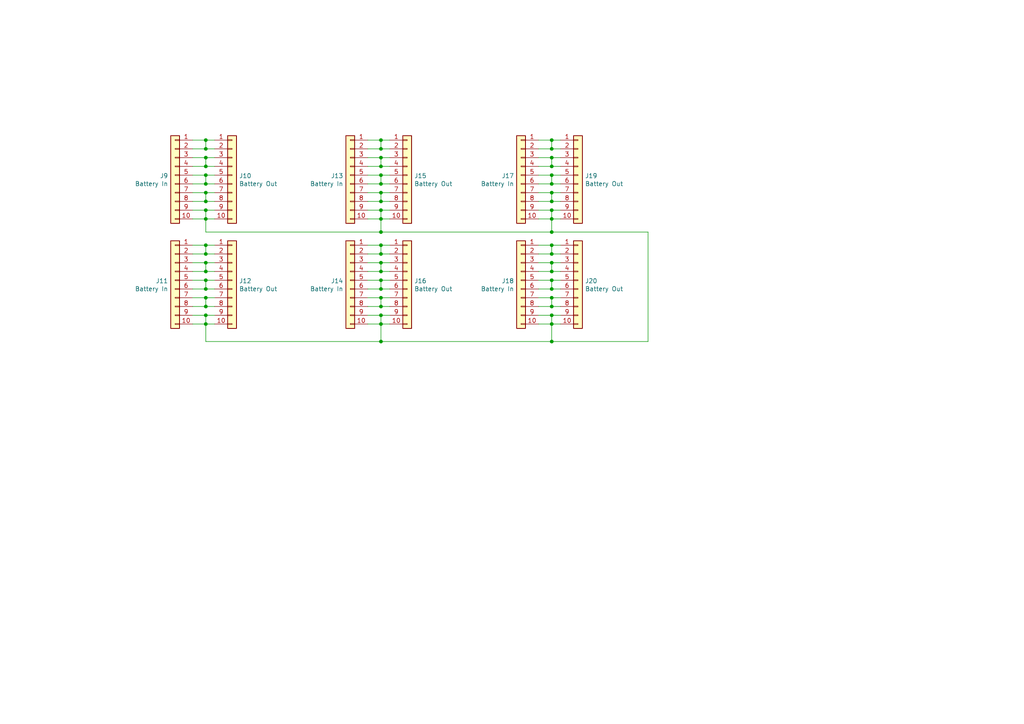
<source format=kicad_sch>
(kicad_sch (version 20211123) (generator eeschema)
  (paper "A4")
  (title_block (title "WW-Battery-Pack PCBs") (date "2020-07-27") (rev "A") (company "Guatek") (comment 1 "First version of 6-pack board stack for Inspired Energy NH2034HD34"))
  (lib_symbols
    (symbol "Connector_Generic:Conn_01x10" (pin_names (offset 1.016) hide)
      (property "Reference" "J" (at 0 12.7 0))
      (property "Value" "Conn_01x10" (at 0 -15.24 0))
      (symbol "Conn_01x10_1_1"
        (rectangle (start -1.27 -12.573) (end 0 -12.827) (stroke (width 0.1524)))
        (rectangle (start -1.27 -10.033) (end 0 -10.287) (stroke (width 0.1524)))
        (rectangle (start -1.27 -7.493) (end 0 -7.747) (stroke (width 0.1524)))
        (rectangle (start -1.27 -4.953) (end 0 -5.207) (stroke (width 0.1524)))
        (rectangle (start -1.27 -2.413) (end 0 -2.667) (stroke (width 0.1524)))
        (rectangle (start -1.27 0.127) (end 0 -0.127) (stroke (width 0.1524)))
        (rectangle (start -1.27 2.667) (end 0 2.413) (stroke (width 0.1524)))
        (rectangle (start -1.27 5.207) (end 0 4.953) (stroke (width 0.1524)))
        (rectangle (start -1.27 7.747) (end 0 7.493) (stroke (width 0.1524)))
        (rectangle (start -1.27 10.287) (end 0 10.033) (stroke (width 0.1524)))
        (rectangle (start -1.27 11.43) (end 1.27 -13.97) (stroke (width 0.254)) (fill (type background)))
        (pin passive line (at -5.08 10.16 0) (length 3.81) (name "Pin_1") (number "1"))
        (pin passive line (at -5.08 -12.7 0) (length 3.81) (name "Pin_10") (number "10"))
        (pin passive line (at -5.08 7.62 0) (length 3.81) (name "Pin_2") (number "2"))
        (pin passive line (at -5.08 5.08 0) (length 3.81) (name "Pin_3") (number "3"))
        (pin passive line (at -5.08 2.54 0) (length 3.81) (name "Pin_4") (number "4"))
        (pin passive line (at -5.08 0 0) (length 3.81) (name "Pin_5") (number "5"))
        (pin passive line (at -5.08 -2.54 0) (length 3.81) (name "Pin_6") (number "6"))
        (pin passive line (at -5.08 -5.08 0) (length 3.81) (name "Pin_7") (number "7"))
        (pin passive line (at -5.08 -7.62 0) (length 3.81) (name "Pin_8") (number "8"))
        (pin passive line (at -5.08 -10.16 0) (length 3.81) (name "Pin_9") (number "9"))
      )
    )
  )
  (junction (at 59.69 50.8))
  (junction (at 110.49 55.88))
  (junction (at 59.69 73.66))
  (junction (at 160.02 45.72))
  (junction (at 160.02 67.31))
  (junction (at 110.49 78.74))
  (junction (at 160.02 43.18))
  (junction (at 110.49 45.72))
  (junction (at 110.49 83.82))
  (junction (at 160.02 93.98))
  (junction (at 160.02 73.66))
  (junction (at 110.49 60.96))
  (junction (at 59.69 55.88))
  (junction (at 160.02 60.96))
  (junction (at 110.49 63.5))
  (junction (at 160.02 53.34))
  (junction (at 110.49 99.06))
  (junction (at 59.69 86.36))
  (junction (at 160.02 76.2))
  (junction (at 110.49 40.64))
  (junction (at 110.49 86.36))
  (junction (at 110.49 93.98))
  (junction (at 59.69 45.72))
  (junction (at 110.49 48.26))
  (junction (at 110.49 50.8))
  (junction (at 59.69 78.74))
  (junction (at 110.49 67.31))
  (junction (at 110.49 43.18))
  (junction (at 59.69 81.28))
  (junction (at 59.69 53.34))
  (junction (at 160.02 81.28))
  (junction (at 110.49 88.9))
  (junction (at 110.49 73.66))
  (junction (at 59.69 63.5))
  (junction (at 59.69 40.64))
  (junction (at 160.02 71.12))
  (junction (at 59.69 93.98))
  (junction (at 110.49 71.12))
  (junction (at 110.49 58.42))
  (junction (at 59.69 48.26))
  (junction (at 160.02 50.8))
  (junction (at 160.02 55.88))
  (junction (at 160.02 99.06))
  (junction (at 160.02 58.42))
  (junction (at 59.69 88.9))
  (junction (at 110.49 53.34))
  (junction (at 160.02 83.82))
  (junction (at 110.49 81.28))
  (junction (at 59.69 83.82))
  (junction (at 110.49 76.2))
  (junction (at 160.02 78.74))
  (junction (at 160.02 88.9))
  (junction (at 59.69 91.44))
  (junction (at 160.02 86.36))
  (junction (at 160.02 40.64))
  (junction (at 110.49 91.44))
  (junction (at 160.02 48.26))
  (junction (at 59.69 58.42))
  (junction (at 160.02 63.5))
  (junction (at 160.02 91.44))
  (junction (at 59.69 60.96))
  (junction (at 59.69 43.18))
  (junction (at 59.69 76.2))
  (junction (at 59.69 71.12))
  (wire (pts (xy 106.68 58.42) (xy 110.49 58.42)))
  (wire (pts (xy 110.49 48.26) (xy 113.03 48.26)))
  (wire (pts (xy 156.21 50.8) (xy 160.02 50.8)))
  (wire (pts (xy 160.02 81.28) (xy 160.02 83.82)))
  (wire (pts (xy 59.69 43.18) (xy 62.23 43.18)))
  (wire (pts (xy 187.96 67.31) (xy 187.96 99.06)))
  (wire (pts (xy 59.69 93.98) (xy 62.23 93.98)))
  (wire (pts (xy 110.49 76.2) (xy 113.03 76.2)))
  (wire (pts (xy 55.88 93.98) (xy 59.69 93.98)))
  (wire (pts (xy 110.49 91.44) (xy 113.03 91.44)))
  (wire (pts (xy 110.49 91.44) (xy 110.49 93.98)))
  (wire (pts (xy 110.49 45.72) (xy 110.49 48.26)))
  (wire (pts (xy 110.49 73.66) (xy 113.03 73.66)))
  (wire (pts (xy 156.21 58.42) (xy 160.02 58.42)))
  (wire (pts (xy 59.69 76.2) (xy 62.23 76.2)))
  (wire (pts (xy 160.02 40.64) (xy 160.02 43.18)))
  (wire (pts (xy 160.02 40.64) (xy 162.56 40.64)))
  (wire (pts (xy 110.49 60.96) (xy 113.03 60.96)))
  (wire (pts (xy 106.68 43.18) (xy 110.49 43.18)))
  (wire (pts (xy 59.69 91.44) (xy 62.23 91.44)))
  (wire (pts (xy 110.49 81.28) (xy 113.03 81.28)))
  (wire (pts (xy 59.69 81.28) (xy 59.69 83.82)))
  (wire (pts (xy 55.88 76.2) (xy 59.69 76.2)))
  (wire (pts (xy 156.21 40.64) (xy 160.02 40.64)))
  (wire (pts (xy 156.21 91.44) (xy 160.02 91.44)))
  (wire (pts (xy 156.21 76.2) (xy 160.02 76.2)))
  (wire (pts (xy 110.49 67.31) (xy 160.02 67.31)))
  (wire (pts (xy 110.49 50.8) (xy 110.49 53.34)))
  (wire (pts (xy 55.88 83.82) (xy 59.69 83.82)))
  (wire (pts (xy 110.49 86.36) (xy 113.03 86.36)))
  (wire (pts (xy 55.88 43.18) (xy 59.69 43.18)))
  (wire (pts (xy 55.88 86.36) (xy 59.69 86.36)))
  (wire (pts (xy 59.69 48.26) (xy 62.23 48.26)))
  (wire (pts (xy 110.49 67.31) (xy 110.49 63.5)))
  (wire (pts (xy 156.21 60.96) (xy 160.02 60.96)))
  (wire (pts (xy 156.21 83.82) (xy 160.02 83.82)))
  (wire (pts (xy 106.68 40.64) (xy 110.49 40.64)))
  (wire (pts (xy 160.02 91.44) (xy 160.02 93.98)))
  (wire (pts (xy 110.49 88.9) (xy 113.03 88.9)))
  (wire (pts (xy 59.69 81.28) (xy 62.23 81.28)))
  (wire (pts (xy 59.69 55.88) (xy 62.23 55.88)))
  (wire (pts (xy 110.49 63.5) (xy 113.03 63.5)))
  (wire (pts (xy 110.49 71.12) (xy 113.03 71.12)))
  (wire (pts (xy 59.69 78.74) (xy 62.23 78.74)))
  (wire (pts (xy 160.02 55.88) (xy 160.02 58.42)))
  (wire (pts (xy 59.69 50.8) (xy 62.23 50.8)))
  (wire (pts (xy 110.49 43.18) (xy 113.03 43.18)))
  (wire (pts (xy 106.68 55.88) (xy 110.49 55.88)))
  (wire (pts (xy 110.49 40.64) (xy 113.03 40.64)))
  (wire (pts (xy 59.69 67.31) (xy 110.49 67.31)))
  (wire (pts (xy 160.02 93.98) (xy 162.56 93.98)))
  (wire (pts (xy 156.21 48.26) (xy 160.02 48.26)))
  (wire (pts (xy 160.02 86.36) (xy 160.02 88.9)))
  (wire (pts (xy 110.49 81.28) (xy 110.49 83.82)))
  (wire (pts (xy 55.88 45.72) (xy 59.69 45.72)))
  (wire (pts (xy 160.02 86.36) (xy 162.56 86.36)))
  (wire (pts (xy 106.68 91.44) (xy 110.49 91.44)))
  (wire (pts (xy 160.02 93.98) (xy 160.02 99.06)))
  (wire (pts (xy 160.02 71.12) (xy 162.56 71.12)))
  (wire (pts (xy 106.68 78.74) (xy 110.49 78.74)))
  (wire (pts (xy 160.02 71.12) (xy 160.02 73.66)))
  (wire (pts (xy 55.88 50.8) (xy 59.69 50.8)))
  (wire (pts (xy 110.49 45.72) (xy 113.03 45.72)))
  (wire (pts (xy 55.88 40.64) (xy 59.69 40.64)))
  (wire (pts (xy 160.02 76.2) (xy 160.02 78.74)))
  (wire (pts (xy 59.69 60.96) (xy 62.23 60.96)))
  (wire (pts (xy 160.02 78.74) (xy 162.56 78.74)))
  (wire (pts (xy 160.02 88.9) (xy 162.56 88.9)))
  (wire (pts (xy 160.02 81.28) (xy 162.56 81.28)))
  (wire (pts (xy 106.68 60.96) (xy 110.49 60.96)))
  (wire (pts (xy 156.21 53.34) (xy 160.02 53.34)))
  (wire (pts (xy 55.88 53.34) (xy 59.69 53.34)))
  (wire (pts (xy 55.88 63.5) (xy 59.69 63.5)))
  (wire (pts (xy 160.02 55.88) (xy 162.56 55.88)))
  (wire (pts (xy 59.69 73.66) (xy 62.23 73.66)))
  (wire (pts (xy 59.69 40.64) (xy 59.69 43.18)))
  (wire (pts (xy 160.02 43.18) (xy 162.56 43.18)))
  (wire (pts (xy 156.21 81.28) (xy 160.02 81.28)))
  (wire (pts (xy 59.69 63.5) (xy 59.69 67.31)))
  (wire (pts (xy 106.68 71.12) (xy 110.49 71.12)))
  (wire (pts (xy 106.68 45.72) (xy 110.49 45.72)))
  (wire (pts (xy 160.02 50.8) (xy 160.02 53.34)))
  (wire (pts (xy 106.68 83.82) (xy 110.49 83.82)))
  (wire (pts (xy 59.69 88.9) (xy 62.23 88.9)))
  (wire (pts (xy 110.49 99.06) (xy 110.49 93.98)))
  (wire (pts (xy 110.49 78.74) (xy 113.03 78.74)))
  (wire (pts (xy 160.02 67.31) (xy 187.96 67.31)))
  (wire (pts (xy 160.02 76.2) (xy 162.56 76.2)))
  (wire (pts (xy 106.68 76.2) (xy 110.49 76.2)))
  (wire (pts (xy 59.69 50.8) (xy 59.69 53.34)))
  (wire (pts (xy 106.68 88.9) (xy 110.49 88.9)))
  (wire (pts (xy 110.49 40.64) (xy 110.49 43.18)))
  (wire (pts (xy 110.49 53.34) (xy 113.03 53.34)))
  (wire (pts (xy 110.49 86.36) (xy 110.49 88.9)))
  (wire (pts (xy 59.69 63.5) (xy 62.23 63.5)))
  (wire (pts (xy 160.02 53.34) (xy 162.56 53.34)))
  (wire (pts (xy 55.88 73.66) (xy 59.69 73.66)))
  (wire (pts (xy 106.68 81.28) (xy 110.49 81.28)))
  (wire (pts (xy 55.88 48.26) (xy 59.69 48.26)))
  (wire (pts (xy 156.21 71.12) (xy 160.02 71.12)))
  (wire (pts (xy 156.21 45.72) (xy 160.02 45.72)))
  (wire (pts (xy 59.69 93.98) (xy 59.69 99.06)))
  (wire (pts (xy 106.68 50.8) (xy 110.49 50.8)))
  (wire (pts (xy 160.02 60.96) (xy 162.56 60.96)))
  (wire (pts (xy 110.49 55.88) (xy 113.03 55.88)))
  (wire (pts (xy 110.49 93.98) (xy 113.03 93.98)))
  (wire (pts (xy 55.88 55.88) (xy 59.69 55.88)))
  (wire (pts (xy 110.49 58.42) (xy 113.03 58.42)))
  (wire (pts (xy 59.69 53.34) (xy 62.23 53.34)))
  (wire (pts (xy 110.49 50.8) (xy 113.03 50.8)))
  (wire (pts (xy 156.21 55.88) (xy 160.02 55.88)))
  (wire (pts (xy 156.21 43.18) (xy 160.02 43.18)))
  (wire (pts (xy 55.88 91.44) (xy 59.69 91.44)))
  (wire (pts (xy 59.69 86.36) (xy 59.69 88.9)))
  (wire (pts (xy 59.69 71.12) (xy 59.69 73.66)))
  (wire (pts (xy 59.69 71.12) (xy 62.23 71.12)))
  (wire (pts (xy 160.02 50.8) (xy 162.56 50.8)))
  (wire (pts (xy 160.02 83.82) (xy 162.56 83.82)))
  (wire (pts (xy 59.69 45.72) (xy 59.69 48.26)))
  (wire (pts (xy 110.49 99.06) (xy 160.02 99.06)))
  (wire (pts (xy 55.88 71.12) (xy 59.69 71.12)))
  (wire (pts (xy 59.69 86.36) (xy 62.23 86.36)))
  (wire (pts (xy 156.21 86.36) (xy 160.02 86.36)))
  (wire (pts (xy 156.21 93.98) (xy 160.02 93.98)))
  (wire (pts (xy 160.02 73.66) (xy 162.56 73.66)))
  (wire (pts (xy 160.02 63.5) (xy 162.56 63.5)))
  (wire (pts (xy 160.02 58.42) (xy 162.56 58.42)))
  (wire (pts (xy 160.02 45.72) (xy 160.02 48.26)))
  (wire (pts (xy 156.21 88.9) (xy 160.02 88.9)))
  (wire (pts (xy 110.49 71.12) (xy 110.49 73.66)))
  (wire (pts (xy 106.68 63.5) (xy 110.49 63.5)))
  (wire (pts (xy 55.88 88.9) (xy 59.69 88.9)))
  (wire (pts (xy 160.02 67.31) (xy 160.02 63.5)))
  (wire (pts (xy 59.69 45.72) (xy 62.23 45.72)))
  (wire (pts (xy 59.69 91.44) (xy 59.69 93.98)))
  (wire (pts (xy 156.21 63.5) (xy 160.02 63.5)))
  (wire (pts (xy 59.69 76.2) (xy 59.69 78.74)))
  (wire (pts (xy 55.88 60.96) (xy 59.69 60.96)))
  (wire (pts (xy 160.02 45.72) (xy 162.56 45.72)))
  (wire (pts (xy 106.68 73.66) (xy 110.49 73.66)))
  (wire (pts (xy 160.02 48.26) (xy 162.56 48.26)))
  (wire (pts (xy 110.49 55.88) (xy 110.49 58.42)))
  (wire (pts (xy 156.21 78.74) (xy 160.02 78.74)))
  (wire (pts (xy 59.69 58.42) (xy 62.23 58.42)))
  (wire (pts (xy 59.69 60.96) (xy 59.69 63.5)))
  (wire (pts (xy 110.49 76.2) (xy 110.49 78.74)))
  (wire (pts (xy 110.49 60.96) (xy 110.49 63.5)))
  (wire (pts (xy 55.88 78.74) (xy 59.69 78.74)))
  (wire (pts (xy 59.69 40.64) (xy 62.23 40.64)))
  (wire (pts (xy 59.69 83.82) (xy 62.23 83.82)))
  (wire (pts (xy 110.49 83.82) (xy 113.03 83.82)))
  (wire (pts (xy 106.68 86.36) (xy 110.49 86.36)))
  (wire (pts (xy 106.68 53.34) (xy 110.49 53.34)))
  (wire (pts (xy 187.96 99.06) (xy 160.02 99.06)))
  (wire (pts (xy 55.88 81.28) (xy 59.69 81.28)))
  (wire (pts (xy 160.02 91.44) (xy 162.56 91.44)))
  (wire (pts (xy 106.68 93.98) (xy 110.49 93.98)))
  (wire (pts (xy 59.69 99.06) (xy 110.49 99.06)))
  (wire (pts (xy 160.02 60.96) (xy 160.02 63.5)))
  (wire (pts (xy 59.69 55.88) (xy 59.69 58.42)))
  (wire (pts (xy 156.21 73.66) (xy 160.02 73.66)))
  (wire (pts (xy 106.68 48.26) (xy 110.49 48.26)))
  (wire (pts (xy 55.88 58.42) (xy 59.69 58.42)))
  (symbol (lib_id "Connector_Generic:Conn_01x10") (at 67.31 50.8 0) (unit 1)
    (property "Reference" "J10" (at 69.342 51.0032 0) (effects (justify left)))
    (property "Value" "Battery Out" (at 69.342 53.3146 0) (effects (justify left)))
    (property "Footprint" "ProjectFootprints:S9194-ND" (effects hide))
    (property "Datasheet" "https://s3.amazonaws.com/catalogspreads-pdf/PAGE123%20.100%20SFH11%20SERIES%20FEMALE%20HDR%20ST%20RA.pdf" (effects hide))
    (property "Part Number" "S9194-ND" (effects hide))
    (property "Supplier" "Digikey" (effects hide))
    (property "Link" "https://www.digikey.com/product-detail/en/sullins-connector-solutions/SFH11-PBPC-D05-ST-BK/S9194-ND/1990087" (effects hide))
  )
  (symbol (lib_id "Connector_Generic:Conn_01x10") (at 50.8 50.8 0) (mirror y) (unit 1)
    (property "Reference" "J9" (at 48.768 51.0032 0) (effects (justify left)))
    (property "Value" "Battery In" (at 48.768 53.3146 0) (effects (justify left)))
    (property "Footprint" "ProjectFootprints:NH2034HD34" (effects hide))
    (property "Datasheet" "https://www.te.com/commerce/DocumentDelivery/DDEController?Action=srchrtrv&DocNm=5787446&DocType=Customer+Drawing&DocLang=English" (effects hide))
    (property "Part Number" "5787446-1-ND" (effects hide))
    (property "Supplier" "Digikey" (effects hide))
    (property "Link" "https://www.digikey.com/product-detail/en/te-connectivity-amp-connectors/5787446-1/5787446-1-ND/1122081" (effects hide))
  )
  (symbol (lib_id "Connector_Generic:Conn_01x10") (at 50.8 81.28 0) (mirror y) (unit 1)
    (property "Reference" "J11" (at 48.768 81.4832 0) (effects (justify left)))
    (property "Value" "Battery In" (at 48.768 83.7946 0) (effects (justify left)))
    (property "Footprint" "ProjectFootprints:NH2034HD34" (effects hide))
    (property "Datasheet" "https://www.te.com/commerce/DocumentDelivery/DDEController?Action=srchrtrv&DocNm=5787446&DocType=Customer+Drawing&DocLang=English" (effects hide))
    (property "Part Number" "5787446-1-ND" (effects hide))
    (property "Supplier" "Digikey" (effects hide))
    (property "Link" "https://www.digikey.com/product-detail/en/te-connectivity-amp-connectors/5787446-1/5787446-1-ND/1122081" (effects hide))
  )
  (symbol (lib_id "Connector_Generic:Conn_01x10") (at 67.31 81.28 0) (unit 1)
    (property "Reference" "J12" (at 69.342 81.4832 0) (effects (justify left)))
    (property "Value" "Battery Out" (at 69.342 83.7946 0) (effects (justify left)))
    (property "Footprint" "ProjectFootprints:S9194-ND" (effects hide))
    (property "Datasheet" "https://s3.amazonaws.com/catalogspreads-pdf/PAGE123%20.100%20SFH11%20SERIES%20FEMALE%20HDR%20ST%20RA.pdf" (effects hide))
    (property "Part Number" "S9194-ND" (effects hide))
    (property "Supplier" "Digikey" (effects hide))
    (property "Link" "https://www.digikey.com/product-detail/en/sullins-connector-solutions/SFH11-PBPC-D05-ST-BK/S9194-ND/1990087" (effects hide))
  )
  (symbol (lib_id "Connector_Generic:Conn_01x10") (at 101.6 50.8 0) (mirror y) (unit 1)
    (property "Reference" "J13" (at 99.568 51.0032 0) (effects (justify left)))
    (property "Value" "Battery In" (at 99.568 53.3146 0) (effects (justify left)))
    (property "Footprint" "ProjectFootprints:NH2034HD34" (effects hide))
    (property "Datasheet" "https://www.te.com/commerce/DocumentDelivery/DDEController?Action=srchrtrv&DocNm=5787446&DocType=Customer+Drawing&DocLang=English" (effects hide))
    (property "Part Number" "5787446-1-ND" (effects hide))
    (property "Supplier" "Digikey" (effects hide))
    (property "Link" "https://www.digikey.com/product-detail/en/te-connectivity-amp-connectors/5787446-1/5787446-1-ND/1122081" (effects hide))
  )
  (symbol (lib_id "Connector_Generic:Conn_01x10") (at 118.11 50.8 0) (unit 1)
    (property "Reference" "J15" (at 120.142 51.0032 0) (effects (justify left)))
    (property "Value" "Battery Out" (at 120.142 53.3146 0) (effects (justify left)))
    (property "Footprint" "ProjectFootprints:SAM11936-ND" (effects hide))
    (property "Datasheet" "https://s3.amazonaws.com/catalogspreads-pdf/PAGE123%20.100%20SFH11%20SERIES%20FEMALE%20HDR%20ST%20RA.pdf" (effects hide))
    (property "Part Number" "S9194-ND" (effects hide))
    (property "Supplier" "Digikey" (effects hide))
    (property "Link" "https://www.digikey.com/product-detail/en/sullins-connector-solutions/SFH11-PBPC-D05-ST-BK/S9194-ND/1990087" (effects hide))
  )
  (symbol (lib_id "Connector_Generic:Conn_01x10") (at 101.6 81.28 0) (mirror y) (unit 1)
    (property "Reference" "J14" (at 99.568 81.4832 0) (effects (justify left)))
    (property "Value" "Battery In" (at 99.568 83.7946 0) (effects (justify left)))
    (property "Footprint" "ProjectFootprints:NH2034HD34" (effects hide))
    (property "Datasheet" "https://www.te.com/commerce/DocumentDelivery/DDEController?Action=srchrtrv&DocNm=5787446&DocType=Customer+Drawing&DocLang=English" (effects hide))
    (property "Part Number" "5787446-1-ND" (effects hide))
    (property "Supplier" "Digikey" (effects hide))
    (property "Link" "https://www.digikey.com/product-detail/en/te-connectivity-amp-connectors/5787446-1/5787446-1-ND/1122081" (effects hide))
  )
  (symbol (lib_id "Connector_Generic:Conn_01x10") (at 118.11 81.28 0) (unit 1)
    (property "Reference" "J16" (at 120.142 81.4832 0) (effects (justify left)))
    (property "Value" "Battery Out" (at 120.142 83.7946 0) (effects (justify left)))
    (property "Footprint" "ProjectFootprints:S9194-ND" (effects hide))
    (property "Datasheet" "https://s3.amazonaws.com/catalogspreads-pdf/PAGE123%20.100%20SFH11%20SERIES%20FEMALE%20HDR%20ST%20RA.pdf" (effects hide))
    (property "Part Number" "S9194-ND" (effects hide))
    (property "Supplier" "Digikey" (effects hide))
    (property "Link" "https://www.digikey.com/product-detail/en/sullins-connector-solutions/SFH11-PBPC-D05-ST-BK/S9194-ND/1990087" (effects hide))
  )
  (symbol (lib_id "Connector_Generic:Conn_01x10") (at 151.13 50.8 0) (mirror y) (unit 1)
    (property "Reference" "J17" (at 149.098 51.0032 0) (effects (justify left)))
    (property "Value" "Battery In" (at 149.098 53.3146 0) (effects (justify left)))
    (property "Footprint" "ProjectFootprints:NH2034HD34" (effects hide))
    (property "Datasheet" "https://www.te.com/commerce/DocumentDelivery/DDEController?Action=srchrtrv&DocNm=5787446&DocType=Customer+Drawing&DocLang=English" (effects hide))
    (property "Part Number" "5787446-1-ND" (effects hide))
    (property "Supplier" "Digikey" (effects hide))
    (property "Link" "https://www.digikey.com/product-detail/en/te-connectivity-amp-connectors/5787446-1/5787446-1-ND/1122081" (effects hide))
  )
  (symbol (lib_id "Connector_Generic:Conn_01x10") (at 167.64 50.8 0) (unit 1)
    (property "Reference" "J19" (at 169.672 51.0032 0) (effects (justify left)))
    (property "Value" "Battery Out" (at 169.672 53.3146 0) (effects (justify left)))
    (property "Footprint" "ProjectFootprints:S9194-ND" (effects hide))
    (property "Datasheet" "https://s3.amazonaws.com/catalogspreads-pdf/PAGE123%20.100%20SFH11%20SERIES%20FEMALE%20HDR%20ST%20RA.pdf" (effects hide))
    (property "Part Number" "S9194-ND" (effects hide))
    (property "Supplier" "Digikey" (effects hide))
    (property "Link" "https://www.digikey.com/product-detail/en/sullins-connector-solutions/SFH11-PBPC-D05-ST-BK/S9194-ND/1990087" (effects hide))
  )
  (symbol (lib_id "Connector_Generic:Conn_01x10") (at 151.13 81.28 0) (mirror y) (unit 1)
    (property "Reference" "J18" (at 149.098 81.4832 0) (effects (justify left)))
    (property "Value" "Battery In" (at 149.098 83.7946 0) (effects (justify left)))
    (property "Footprint" "ProjectFootprints:NH2034HD34" (effects hide))
    (property "Datasheet" "https://www.te.com/commerce/DocumentDelivery/DDEController?Action=srchrtrv&DocNm=5787446&DocType=Customer+Drawing&DocLang=English" (effects hide))
    (property "Part Number" "5787446-1-ND" (effects hide))
    (property "Supplier" "Digikey" (effects hide))
    (property "Link" "https://www.digikey.com/product-detail/en/te-connectivity-amp-connectors/5787446-1/5787446-1-ND/1122081" (effects hide))
  )
  (symbol (lib_id "Connector_Generic:Conn_01x10") (at 167.64 81.28 0) (unit 1)
    (property "Reference" "J20" (at 169.672 81.4832 0) (effects (justify left)))
    (property "Value" "Battery Out" (at 169.672 83.7946 0) (effects (justify left)))
    (property "Footprint" "ProjectFootprints:S9194-ND" (effects hide))
    (property "Datasheet" "https://s3.amazonaws.com/catalogspreads-pdf/PAGE123%20.100%20SFH11%20SERIES%20FEMALE%20HDR%20ST%20RA.pdf" (effects hide))
    (property "Part Number" "S9194-ND" (effects hide))
    (property "Supplier" "Digikey" (effects hide))
    (property "Link" "https://www.digikey.com/product-detail/en/sullins-connector-solutions/SFH11-PBPC-D05-ST-BK/S9194-ND/1990087" (effects hide))
  )
)
</source>
